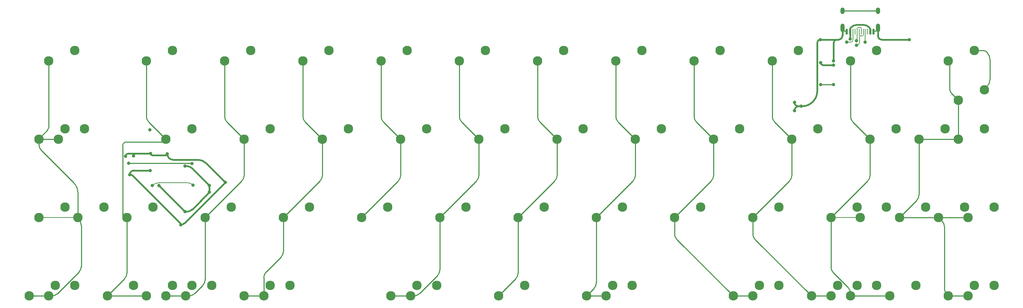
<source format=gbr>
%TF.GenerationSoftware,KiCad,Pcbnew,8.0.8*%
%TF.CreationDate,2025-05-09T16:16:03+02:00*%
%TF.ProjectId,forti rev 4,666f7274-6920-4726-9576-20342e6b6963,rev?*%
%TF.SameCoordinates,Original*%
%TF.FileFunction,Copper,L1,Top*%
%TF.FilePolarity,Positive*%
%FSLAX46Y46*%
G04 Gerber Fmt 4.6, Leading zero omitted, Abs format (unit mm)*
G04 Created by KiCad (PCBNEW 8.0.8) date 2025-05-09 16:16:03*
%MOMM*%
%LPD*%
G01*
G04 APERTURE LIST*
%TA.AperFunction,SMDPad,CuDef*%
%ADD10R,0.600000X1.450000*%
%TD*%
%TA.AperFunction,SMDPad,CuDef*%
%ADD11R,0.280000X1.450000*%
%TD*%
%TA.AperFunction,ComponentPad*%
%ADD12O,1.000000X2.100000*%
%TD*%
%TA.AperFunction,ComponentPad*%
%ADD13O,1.000000X1.600000*%
%TD*%
%TA.AperFunction,ComponentPad*%
%ADD14C,2.300000*%
%TD*%
%TA.AperFunction,ViaPad*%
%ADD15C,0.800000*%
%TD*%
%TA.AperFunction,Conductor*%
%ADD16C,0.250000*%
%TD*%
%TA.AperFunction,Conductor*%
%ADD17C,0.200000*%
%TD*%
%TA.AperFunction,Conductor*%
%ADD18C,0.381000*%
%TD*%
G04 APERTURE END LIST*
D10*
%TO.P,J1,A1,GND*%
%TO.N,GND*%
X237519115Y-31582500D03*
%TO.P,J1,A4,VBUS*%
%TO.N,VBUS*%
X236719115Y-31582500D03*
D11*
%TO.P,J1,A5,CC1*%
%TO.N,/CC1*%
X235519115Y-31582500D03*
%TO.P,J1,A6,D+*%
%TO.N,D_USB_P*%
X234519115Y-31582500D03*
%TO.P,J1,A7,D-*%
%TO.N,D_USB_N*%
X234019115Y-31582500D03*
%TO.P,J1,A8,SBU1*%
%TO.N,unconnected-(J1-SBU1-PadA8)*%
X233019115Y-31582500D03*
D10*
%TO.P,J1,A9,VBUS*%
%TO.N,VBUS*%
X231819115Y-31582500D03*
%TO.P,J1,A12,GND*%
%TO.N,GND*%
X231019115Y-31582500D03*
%TO.P,J1,B1,GND*%
X231019115Y-31582500D03*
%TO.P,J1,B4,VBUS*%
%TO.N,VBUS*%
X231819115Y-31582500D03*
D11*
%TO.P,J1,B5,CC2*%
%TO.N,/CC2*%
X232519115Y-31582500D03*
%TO.P,J1,B6,D+*%
%TO.N,D_USB_P*%
X233519115Y-31582500D03*
%TO.P,J1,B7,D-*%
%TO.N,D_USB_N*%
X235019115Y-31582500D03*
%TO.P,J1,B8,SBU2*%
%TO.N,unconnected-(J1-SBU2-PadB8)*%
X236019115Y-31582500D03*
D10*
%TO.P,J1,B9,VBUS*%
%TO.N,VBUS*%
X236719115Y-31582500D03*
%TO.P,J1,B12,GND*%
%TO.N,GND*%
X237519115Y-31582500D03*
D12*
%TO.P,J1,S1,SHIELD*%
X238589115Y-30667500D03*
D13*
X238589115Y-26487500D03*
D12*
X229949115Y-30667500D03*
D13*
X229949115Y-26487500D03*
%TD*%
D14*
%TO.P,MX51,1,1*%
%TO.N,COL9*%
X227171250Y-95885000D03*
%TO.P,MX51,2,2*%
%TO.N,Net-(D45-A)*%
X233521250Y-93345000D03*
%TD*%
%TO.P,MX23,1,1*%
%TO.N,COL10*%
X236696250Y-57785000D03*
%TO.P,MX23,2,2*%
%TO.N,Net-(D23-A)*%
X243046250Y-55245000D03*
%TD*%
%TO.P,MX55,1,1*%
%TO.N,COL11*%
X255746250Y-95885000D03*
%TO.P,MX55,2,2*%
%TO.N,Net-(D47-A)*%
X262096250Y-93345000D03*
%TD*%
%TO.P,MX43,1,1*%
%TO.N,COL2*%
X70008750Y-95885000D03*
%TO.P,MX43,2,2*%
%TO.N,Net-(D39-A)*%
X76358750Y-93345000D03*
%TD*%
%TO.P,MXshift2.1,1,1*%
%TO.N,COL0*%
X43815000Y-76835000D03*
%TO.P,MXshift2.1,2,2*%
%TO.N,Net-(D25-A)*%
X50165000Y-74295000D03*
%TD*%
%TO.P,MX27,1,1*%
%TO.N,COL2*%
X74771250Y-76835000D03*
%TO.P,MX27,2,2*%
%TO.N,Net-(D27-A)*%
X81121250Y-74295000D03*
%TD*%
%TO.P,MX11,1,1*%
%TO.N,COL10*%
X231933750Y-38735000D03*
%TO.P,MX11,2,2*%
%TO.N,Net-(D11-A)*%
X238283750Y-36195000D03*
%TD*%
%TO.P,MX46,1,1*%
%TO.N,COL3*%
X84296250Y-95885000D03*
%TO.P,MX46,2,2*%
%TO.N,Net-(D40-A)*%
X90646250Y-93345000D03*
%TD*%
%TO.P,MXenter2.1,1,1*%
%TO.N,COL11*%
X248602500Y-57785000D03*
%TO.P,MXenter2.1,2,2*%
%TO.N,Net-(D24-A)*%
X254952500Y-55245000D03*
%TD*%
%TO.P,MX49,1,1*%
%TO.N,COL8*%
X208121250Y-95885000D03*
%TO.P,MX49,2,2*%
%TO.N,Net-(D44-A)*%
X214471250Y-93345000D03*
%TD*%
%TO.P,MX31,1,1*%
%TO.N,COL6*%
X150971250Y-76835000D03*
%TO.P,MX31,2,2*%
%TO.N,Net-(D31-A)*%
X157321250Y-74295000D03*
%TD*%
%TO.P,MX16,1,1*%
%TO.N,COL3*%
X103346250Y-57785000D03*
%TO.P,MX16,2,2*%
%TO.N,Net-(D16-A)*%
X109696250Y-55245000D03*
%TD*%
%TO.P,MX38,1,1*%
%TO.N,COL11*%
X260508750Y-76835000D03*
%TO.P,MX38,2,2*%
%TO.N,Net-(D36-A)*%
X266858750Y-74295000D03*
%TD*%
%TO.P,MX35,1,1*%
%TO.N,COL10*%
X227171250Y-76835000D03*
%TO.P,MX35,2,2*%
%TO.N,Net-(D35-A)*%
X233521250Y-74295000D03*
%TD*%
%TO.P,MXsplit2.75(1)1,1,1*%
%TO.N,COL7*%
X167640000Y-95885000D03*
%TO.P,MXsplit2.75(1)1,2,2*%
%TO.N,Net-(D43-A)*%
X173990000Y-93345000D03*
%TD*%
%TO.P,MX8,1,1*%
%TO.N,COL7*%
X174783750Y-38735000D03*
%TO.P,MX8,2,2*%
%TO.N,Net-(D8-A)*%
X181133750Y-36195000D03*
%TD*%
%TO.P,MX13,1,1*%
%TO.N,COL0*%
X39052500Y-57785000D03*
%TO.P,MX13,2,2*%
%TO.N,Net-(D13-A)*%
X45402500Y-55245000D03*
%TD*%
%TO.P,MX32,1,1*%
%TO.N,COL7*%
X170021250Y-76835000D03*
%TO.P,MX32,2,2*%
%TO.N,Net-(D32-A)*%
X176371250Y-74295000D03*
%TD*%
%TO.P,MXISO1,1,1*%
%TO.N,COL11*%
X258127500Y-48260000D03*
%TO.P,MXISO1,2,2*%
%TO.N,Net-(D12-A)*%
X264477500Y-45720000D03*
%TD*%
%TO.P,MX21,1,1*%
%TO.N,COL8*%
X198596250Y-57785000D03*
%TO.P,MX21,2,2*%
%TO.N,Net-(D21-A)*%
X204946250Y-55245000D03*
%TD*%
%TO.P,MXsplit2.1,1,1*%
%TO.N,COL5*%
X124777500Y-95885000D03*
%TO.P,MXsplit2.1,2,2*%
%TO.N,Net-(D41-A)*%
X131127500Y-93345000D03*
%TD*%
%TO.P,MX4,1,1*%
%TO.N,COL3*%
X98583750Y-38735000D03*
%TO.P,MX4,2,2*%
%TO.N,Net-(D4-A)*%
X104933750Y-36195000D03*
%TD*%
%TO.P,MX45,1,1*%
%TO.N,COL3*%
X89058750Y-95885000D03*
%TO.P,MX45,2,2*%
%TO.N,Net-(D40-A)*%
X95408750Y-93345000D03*
%TD*%
%TO.P,MX30,1,1*%
%TO.N,COL5*%
X131921250Y-76835000D03*
%TO.P,MX30,2,2*%
%TO.N,Net-(D30-A)*%
X138271250Y-74295000D03*
%TD*%
%TO.P,MX1,1,1*%
%TO.N,COL0*%
X36671250Y-38735000D03*
%TO.P,MX1,2,2*%
%TO.N,Net-(D1-A)*%
X43021250Y-36195000D03*
%TD*%
%TO.P,MX34,1,1*%
%TO.N,COL9*%
X208121250Y-76835000D03*
%TO.P,MX34,2,2*%
%TO.N,Net-(D34-A)*%
X214471250Y-74295000D03*
%TD*%
%TO.P,MX25,1,1*%
%TO.N,COL0*%
X34290000Y-76835000D03*
%TO.P,MX25,2,2*%
%TO.N,Net-(D25-A)*%
X40640000Y-74295000D03*
%TD*%
%TO.P,MX29,1,1*%
%TO.N,COL4*%
X112871250Y-76835000D03*
%TO.P,MX29,2,2*%
%TO.N,Net-(D29-A)*%
X119221250Y-74295000D03*
%TD*%
%TO.P,MX53,1,1*%
%TO.N,COL10*%
X231933750Y-95885000D03*
%TO.P,MX53,2,2*%
%TO.N,Net-(D46-A)*%
X238283750Y-93345000D03*
%TD*%
%TO.P,MX22,1,1*%
%TO.N,COL9*%
X217646250Y-57785000D03*
%TO.P,MX22,2,2*%
%TO.N,Net-(D22-A)*%
X223996250Y-55245000D03*
%TD*%
%TO.P,MX17,1,1*%
%TO.N,COL4*%
X122396250Y-57785000D03*
%TO.P,MX17,2,2*%
%TO.N,Net-(D17-A)*%
X128746250Y-55245000D03*
%TD*%
%TO.P,MX47,1,1*%
%TO.N,COL6*%
X146208750Y-95885000D03*
%TO.P,MX47,2,2*%
%TO.N,Net-(D42-A)*%
X152558750Y-93345000D03*
%TD*%
%TO.P,MX44,1,1*%
%TO.N,COL2*%
X65246250Y-95885000D03*
%TO.P,MX44,2,2*%
%TO.N,Net-(D39-A)*%
X71596250Y-93345000D03*
%TD*%
%TO.P,MX36,1,1*%
%TO.N,COL10*%
X234315000Y-76835000D03*
%TO.P,MX36,2,2*%
%TO.N,Net-(D35-A)*%
X240665000Y-74295000D03*
%TD*%
%TO.P,MX26,1,1*%
%TO.N,COL1*%
X55721250Y-76835000D03*
%TO.P,MX26,2,2*%
%TO.N,Net-(D26-A)*%
X62071250Y-74295000D03*
%TD*%
%TO.P,MX3,1,1*%
%TO.N,COL2*%
X79533750Y-38735000D03*
%TO.P,MX3,2,2*%
%TO.N,Net-(D3-A)*%
X85883750Y-36195000D03*
%TD*%
%TO.P,MX37,1,1*%
%TO.N,COL11*%
X253365000Y-76835000D03*
%TO.P,MX37,2,2*%
%TO.N,Net-(D36-A)*%
X259715000Y-74295000D03*
%TD*%
%TO.P,MX24,1,1*%
%TO.N,COL11*%
X258127500Y-57785000D03*
%TO.P,MX24,2,2*%
%TO.N,Net-(D24-A)*%
X264477500Y-55245000D03*
%TD*%
%TO.P,MX42,1,1*%
%TO.N,COL1*%
X60483750Y-95885000D03*
%TO.P,MX42,2,2*%
%TO.N,Net-(D38-A)*%
X66833750Y-93345000D03*
%TD*%
%TO.P,MX33,1,1*%
%TO.N,COL8*%
X189071250Y-76835000D03*
%TO.P,MX33,2,2*%
%TO.N,Net-(D33-A)*%
X195421250Y-74295000D03*
%TD*%
%TO.P,MX5,1,1*%
%TO.N,COL4*%
X117633750Y-38735000D03*
%TO.P,MX5,2,2*%
%TO.N,Net-(D5-A)*%
X123983750Y-36195000D03*
%TD*%
%TO.P,MX50,1,1*%
%TO.N,COL9*%
X222408750Y-95885000D03*
%TO.P,MX50,2,2*%
%TO.N,Net-(D45-A)*%
X228758750Y-93345000D03*
%TD*%
%TO.P,MXsplit2.25(1)1,1,1*%
%TO.N,COL5*%
X120015000Y-95885000D03*
%TO.P,MXsplit2.25(1)1,2,2*%
%TO.N,Net-(D41-A)*%
X126365000Y-93345000D03*
%TD*%
%TO.P,MX28,1,1*%
%TO.N,COL3*%
X93821250Y-76835000D03*
%TO.P,MX28,2,2*%
%TO.N,Net-(D28-A)*%
X100171250Y-74295000D03*
%TD*%
%TO.P,MX18,1,1*%
%TO.N,COL5*%
X141446250Y-57785000D03*
%TO.P,MX18,2,2*%
%TO.N,Net-(D18-A)*%
X147796250Y-55245000D03*
%TD*%
%TO.P,MXcaps1,1,1*%
%TO.N,COL0*%
X34290000Y-57785000D03*
%TO.P,MXcaps1,2,2*%
%TO.N,Net-(D13-A)*%
X40640000Y-55245000D03*
%TD*%
%TO.P,MX40,1,1*%
%TO.N,COL0*%
X36671250Y-95885000D03*
%TO.P,MX40,2,2*%
%TO.N,Net-(D37-A)*%
X43021250Y-93345000D03*
%TD*%
%TO.P,MX15,1,1*%
%TO.N,COL2*%
X84296250Y-57785000D03*
%TO.P,MX15,2,2*%
%TO.N,Net-(D15-A)*%
X90646250Y-55245000D03*
%TD*%
%TO.P,MX54,1,1*%
%TO.N,COL11*%
X260508750Y-95885000D03*
%TO.P,MX54,2,2*%
%TO.N,Net-(D47-A)*%
X266858750Y-93345000D03*
%TD*%
%TO.P,MX39,1,1*%
%TO.N,COL0*%
X31908750Y-95885000D03*
%TO.P,MX39,2,2*%
%TO.N,Net-(D37-A)*%
X38258750Y-93345000D03*
%TD*%
%TO.P,MX10,1,1*%
%TO.N,COL9*%
X212883750Y-38735000D03*
%TO.P,MX10,2,2*%
%TO.N,Net-(D10-A)*%
X219233750Y-36195000D03*
%TD*%
%TO.P,MX9,1,1*%
%TO.N,COL8*%
X193833750Y-38735000D03*
%TO.P,MX9,2,2*%
%TO.N,Net-(D9-A)*%
X200183750Y-36195000D03*
%TD*%
%TO.P,MX52,1,1*%
%TO.N,COL10*%
X241458750Y-95885000D03*
%TO.P,MX52,2,2*%
%TO.N,Net-(D46-A)*%
X247808750Y-93345000D03*
%TD*%
%TO.P,MX20,1,1*%
%TO.N,COL7*%
X179546250Y-57785000D03*
%TO.P,MX20,2,2*%
%TO.N,Net-(D20-A)*%
X185896250Y-55245000D03*
%TD*%
%TO.P,MX6,1,1*%
%TO.N,COL5*%
X136683750Y-38735000D03*
%TO.P,MX6,2,2*%
%TO.N,Net-(D6-A)*%
X143033750Y-36195000D03*
%TD*%
%TO.P,MXshift2.2,1,1*%
%TO.N,COL11*%
X243840000Y-76835000D03*
%TO.P,MXshift2.2,2,2*%
%TO.N,Net-(D36-A)*%
X250190000Y-74295000D03*
%TD*%
%TO.P,MX12,1,1*%
%TO.N,COL11*%
X255746250Y-38735000D03*
%TO.P,MX12,2,2*%
%TO.N,Net-(D12-A)*%
X262096250Y-36195000D03*
%TD*%
%TO.P,MX19,1,1*%
%TO.N,COL6*%
X160496250Y-57785000D03*
%TO.P,MX19,2,2*%
%TO.N,Net-(D19-A)*%
X166846250Y-55245000D03*
%TD*%
%TO.P,MXsplit2.2,1,1*%
%TO.N,COL7*%
X172402500Y-95885000D03*
%TO.P,MXsplit2.2,2,2*%
%TO.N,Net-(D43-A)*%
X178752500Y-93345000D03*
%TD*%
%TO.P,MX7,1,1*%
%TO.N,COL6*%
X155733750Y-38735000D03*
%TO.P,MX7,2,2*%
%TO.N,Net-(D7-A)*%
X162083750Y-36195000D03*
%TD*%
%TO.P,MX14,1,1*%
%TO.N,COL1*%
X65246250Y-57785000D03*
%TO.P,MX14,2,2*%
%TO.N,Net-(D14-A)*%
X71596250Y-55245000D03*
%TD*%
%TO.P,MX48,1,1*%
%TO.N,COL8*%
X203358750Y-95885000D03*
%TO.P,MX48,2,2*%
%TO.N,Net-(D44-A)*%
X209708750Y-93345000D03*
%TD*%
%TO.P,MX41,1,1*%
%TO.N,COL1*%
X50958750Y-95885000D03*
%TO.P,MX41,2,2*%
%TO.N,Net-(D38-A)*%
X57308750Y-93345000D03*
%TD*%
%TO.P,MX2,1,1*%
%TO.N,COL1*%
X60483750Y-38735000D03*
%TO.P,MX2,2,2*%
%TO.N,Net-(D2-A)*%
X66833750Y-36195000D03*
%TD*%
D15*
%TO.N,ROW0*%
X227806250Y-44450000D03*
X224635000Y-44450000D03*
%TO.N,ROW1*%
X71558211Y-63675454D03*
X56177537Y-63595035D03*
%TO.N,GND*%
X61383494Y-65360784D03*
X218273122Y-48819724D03*
X227806250Y-38687497D03*
X224523397Y-33524822D03*
X61335259Y-55462097D03*
X55405316Y-61872013D03*
X57355316Y-61856934D03*
X219874863Y-49742270D03*
X246249822Y-33524822D03*
X65570925Y-61316672D03*
X79670438Y-68278415D03*
X61475875Y-61238510D03*
X68830511Y-78563503D03*
X56445750Y-66353872D03*
X218281250Y-50800000D03*
%TO.N,+5V*%
X224614785Y-39143159D03*
X227806250Y-39687500D03*
%TO.N,+3V3*%
X69850000Y-64293750D03*
X69850000Y-75406250D03*
X63500000Y-69056250D03*
X75828969Y-69056250D03*
X75828969Y-70643750D03*
%TO.N,VBUS*%
X231805189Y-33352069D03*
%TO.N,/CC1*%
X235519115Y-34131250D03*
%TO.N,D_USB_P*%
X233362500Y-33804800D03*
%TO.N,D_USB_N*%
X233362500Y-34925000D03*
%TO.N,/CC2*%
X230981250Y-34131250D03*
%TO.N,BOOT0*%
X71850104Y-68930176D03*
X61912500Y-69056250D03*
%TD*%
D16*
%TO.N,ROW0*%
X224635000Y-44450000D02*
X227806250Y-44450000D01*
%TO.N,Net-(D12-A)*%
X265906250Y-38516476D02*
X265906250Y-43056465D01*
X265033125Y-45164375D02*
X264477500Y-45720000D01*
X262096250Y-36195000D02*
X264258294Y-36195000D01*
X265086815Y-36538185D02*
G75*
G02*
X265906260Y-38516476I-1978315J-1978315D01*
G01*
X265906250Y-43056465D02*
G75*
G02*
X265033146Y-45164396I-2981050J-35D01*
G01*
X264258294Y-36195000D02*
G75*
G02*
X265086817Y-36538183I6J-1171700D01*
G01*
%TO.N,ROW1*%
X71451507Y-63568750D02*
X56203822Y-63568750D01*
X56203822Y-63568750D02*
G75*
G03*
X56177550Y-63595035I-22J-26250D01*
G01*
X71558211Y-63675454D02*
G75*
G03*
X71451507Y-63568789I-106711J-46D01*
G01*
%TO.N,COL0*%
X44022963Y-90120787D02*
X38844536Y-95299214D01*
X34290000Y-57785000D02*
X39052500Y-57785000D01*
X43815000Y-70861007D02*
X43815000Y-76835000D01*
X36446495Y-55496495D02*
X34383346Y-57559644D01*
X36671250Y-95885000D02*
X31908750Y-95885000D01*
D17*
X34290000Y-76835000D02*
X43815000Y-76835000D01*
D16*
X34290000Y-57785000D02*
X34290000Y-59036704D01*
X44608750Y-78751282D02*
X44608750Y-88706573D01*
X31908750Y-95885000D02*
X37430323Y-95885000D01*
X34875787Y-60450918D02*
X42774934Y-68350066D01*
X36671250Y-38735000D02*
X36671250Y-54953889D01*
X34383346Y-57559644D02*
G75*
G03*
X34290000Y-57785000I225354J-225356D01*
G01*
X42774934Y-68350066D02*
G75*
G02*
X43814997Y-70861007I-2510934J-2510934D01*
G01*
X34875787Y-60450918D02*
G75*
G02*
X34289997Y-59036704I1414213J1414218D01*
G01*
X43815000Y-76835000D02*
G75*
G02*
X44608757Y-78751282I-1916300J-1916300D01*
G01*
X38844536Y-95299214D02*
G75*
G02*
X37430323Y-95885016I-1414236J1414214D01*
G01*
X36671250Y-54953889D02*
G75*
G02*
X36446498Y-55496498I-767350J-11D01*
G01*
X44022963Y-90120787D02*
G75*
G03*
X44608745Y-88706573I-1414163J1414187D01*
G01*
%TO.N,COL1*%
X54678895Y-59440159D02*
X54678895Y-59390754D01*
X60483750Y-95885000D02*
X50958750Y-95885000D01*
X60483750Y-38735000D02*
X60483750Y-52194073D01*
X64611250Y-58420000D02*
X55654021Y-58420000D01*
X55135463Y-91708287D02*
X50958750Y-95885000D01*
X55721250Y-76835000D02*
X55721250Y-90294073D01*
X61069537Y-53608287D02*
X65246250Y-57785000D01*
X54680316Y-59441580D02*
X54680316Y-75794066D01*
X65246250Y-57785000D02*
G75*
G02*
X64611250Y-58419950I-634950J0D01*
G01*
X60483750Y-52194073D02*
G75*
G03*
X61069534Y-53608290I1999950J-27D01*
G01*
X54678895Y-59390754D02*
G75*
G02*
X55651835Y-58417795I972905J54D01*
G01*
X55721250Y-90294073D02*
G75*
G02*
X55135466Y-91708290I-1999950J-27D01*
G01*
X54680316Y-75794066D02*
G75*
G03*
X55721250Y-76835084I1040984J-34D01*
G01*
%TO.N,COL2*%
X74185463Y-93334632D02*
X72220881Y-95299214D01*
X80119537Y-53608287D02*
X84296250Y-57785000D01*
X74771250Y-76835000D02*
X74771250Y-91920418D01*
X70008750Y-95885000D02*
X65246250Y-95885000D01*
X84296250Y-57785000D02*
X84296250Y-66481573D01*
X83710463Y-67895787D02*
X74771250Y-76835000D01*
X79533750Y-38735000D02*
X79533750Y-52194073D01*
X70806668Y-95885000D02*
X70008750Y-95885000D01*
X79533750Y-52194073D02*
G75*
G03*
X80119534Y-53608290I1999950J-27D01*
G01*
X70806668Y-95885000D02*
G75*
G03*
X72220897Y-95299230I32J2000000D01*
G01*
X84296250Y-66481573D02*
G75*
G02*
X83710466Y-67895790I-1999950J-27D01*
G01*
X74771250Y-91920418D02*
G75*
G02*
X74185444Y-93334613I-1999950J18D01*
G01*
%TO.N,COL3*%
X99169537Y-53608287D02*
X103346250Y-57785000D01*
X93235463Y-86453156D02*
X89644536Y-90044083D01*
X98583750Y-38735000D02*
X98583750Y-52194073D01*
X93821250Y-76835000D02*
X93821250Y-85038942D01*
X103346250Y-57785000D02*
X103346250Y-66481573D01*
X89058750Y-95885000D02*
X84296250Y-95885000D01*
X89058750Y-91458296D02*
X89058750Y-95885000D01*
X102760463Y-67895787D02*
X93821250Y-76835000D01*
X93235463Y-86453156D02*
G75*
G03*
X93821294Y-85038942I-1414163J1414256D01*
G01*
X103346250Y-66481573D02*
G75*
G02*
X102760466Y-67895790I-1999950J-27D01*
G01*
X89058750Y-91458296D02*
G75*
G02*
X89644548Y-90044095I1999950J-4D01*
G01*
X99169537Y-53608287D02*
G75*
G02*
X98583755Y-52194073I1414163J1414187D01*
G01*
%TO.N,COL4*%
X117633750Y-38735000D02*
X117633750Y-52194073D01*
X118219537Y-53608287D02*
X122396250Y-57785000D01*
X121810463Y-67895787D02*
X112871250Y-76835000D01*
X122396250Y-57785000D02*
X122396250Y-66481573D01*
X117633750Y-52194073D02*
G75*
G03*
X118219534Y-53608290I1999950J-27D01*
G01*
X122396250Y-66481573D02*
G75*
G02*
X121810466Y-67895790I-1999950J-27D01*
G01*
%TO.N,COL5*%
X124777500Y-95885000D02*
X120015000Y-95885000D01*
X131335463Y-90953382D02*
X126989631Y-95299214D01*
X141446250Y-57785000D02*
X141446250Y-66481573D01*
X137269537Y-53608287D02*
X141446250Y-57785000D01*
X131921250Y-76835000D02*
X131921250Y-89539168D01*
X125575418Y-95885000D02*
X124777500Y-95885000D01*
X140860463Y-67895787D02*
X131921250Y-76835000D01*
X136683750Y-38735000D02*
X136683750Y-52194073D01*
X126989631Y-95299214D02*
G75*
G02*
X125575418Y-95885013I-1414231J1414214D01*
G01*
X131921250Y-89539168D02*
G75*
G02*
X131335469Y-90953388I-1999950J-32D01*
G01*
X137269537Y-53608287D02*
G75*
G02*
X136683755Y-52194073I1414163J1414187D01*
G01*
X141446250Y-66481573D02*
G75*
G02*
X140860466Y-67895790I-1999950J-27D01*
G01*
%TO.N,COL6*%
X150385463Y-91708287D02*
X146208750Y-95885000D01*
X150971250Y-76835000D02*
X150971250Y-90294073D01*
X159910463Y-67895787D02*
X150971250Y-76835000D01*
X156319537Y-53608287D02*
X160496250Y-57785000D01*
X155733750Y-38735000D02*
X155733750Y-52194073D01*
X160496250Y-57785000D02*
X160496250Y-66481573D01*
X150385463Y-91708287D02*
G75*
G03*
X150971245Y-90294073I-1414163J1414187D01*
G01*
X156319537Y-53608287D02*
G75*
G02*
X155733755Y-52194073I1414163J1414187D01*
G01*
X160496250Y-66481573D02*
G75*
G02*
X159910466Y-67895790I-1999950J-27D01*
G01*
%TO.N,COL7*%
X175369537Y-53608287D02*
X179546250Y-57785000D01*
X178960463Y-67895787D02*
X170021250Y-76835000D01*
X170021250Y-76835000D02*
X170021250Y-92675323D01*
X174783750Y-38735000D02*
X174783750Y-52194073D01*
X179546250Y-57785000D02*
X179546250Y-66481573D01*
X167640000Y-95885000D02*
X172402500Y-95885000D01*
X169435463Y-94089537D02*
X167640000Y-95885000D01*
X170021250Y-92675323D02*
G75*
G02*
X169435441Y-94089515I-1999950J23D01*
G01*
X174783750Y-52194073D02*
G75*
G03*
X175369534Y-53608290I1999950J-27D01*
G01*
X178960463Y-67895787D02*
G75*
G03*
X179546245Y-66481573I-1414163J1414187D01*
G01*
%TO.N,COL8*%
X198596250Y-57785000D02*
X198596250Y-66481573D01*
X203358750Y-95885000D02*
X208121250Y-95885000D01*
X189657037Y-82183287D02*
X203358750Y-95885000D01*
X193833750Y-38735000D02*
X193833750Y-52194073D01*
X194419537Y-53608287D02*
X198596250Y-57785000D01*
X198010463Y-67895787D02*
X189071250Y-76835000D01*
X189071250Y-76835000D02*
X189071250Y-80769073D01*
X189071250Y-80769073D02*
G75*
G03*
X189657034Y-82183290I1999950J-27D01*
G01*
X194419537Y-53608287D02*
G75*
G02*
X193833755Y-52194073I1414163J1414187D01*
G01*
X198010463Y-67895787D02*
G75*
G03*
X198596245Y-66481573I-1414163J1414187D01*
G01*
%TO.N,COL9*%
X208121250Y-76835000D02*
X208121250Y-80769073D01*
X217646250Y-57785000D02*
X217646250Y-66481573D01*
X217060463Y-67895787D02*
X208121250Y-76835000D01*
X212883750Y-38735000D02*
X212883750Y-52194073D01*
X222408750Y-95885000D02*
X227171250Y-95885000D01*
X213469537Y-53608287D02*
X217646250Y-57785000D01*
X208707037Y-82183287D02*
X222408750Y-95885000D01*
X217060463Y-67895787D02*
G75*
G03*
X217646245Y-66481573I-1414163J1414187D01*
G01*
X212883750Y-52194073D02*
G75*
G03*
X213469534Y-53608290I1999950J-27D01*
G01*
X208121250Y-80769073D02*
G75*
G03*
X208707034Y-82183290I1999950J-27D01*
G01*
%TO.N,COL10*%
X227757037Y-90257321D02*
X231347964Y-93848248D01*
X236110463Y-67895787D02*
X227171250Y-76835000D01*
X231933750Y-38735000D02*
X231933750Y-52194073D01*
X231933750Y-95885000D02*
X241458750Y-95885000D01*
D17*
X227171250Y-76835000D02*
X234315000Y-76835000D01*
D16*
X231933750Y-95262461D02*
X231933750Y-95885000D01*
X236696250Y-57785000D02*
X236696250Y-66481573D01*
X227171250Y-76835000D02*
X227171250Y-88843107D01*
X232519537Y-53608287D02*
X236696250Y-57785000D01*
X231933750Y-52194073D02*
G75*
G03*
X232519534Y-53608290I1999950J-27D01*
G01*
X227757037Y-90257321D02*
G75*
G02*
X227171230Y-88843107I1414163J1414221D01*
G01*
X236696250Y-66481573D02*
G75*
G02*
X236110466Y-67895790I-1999950J-27D01*
G01*
X231347964Y-93848248D02*
G75*
G02*
X231933792Y-95262461I-1414164J-1414252D01*
G01*
%TO.N,COL11*%
X248602500Y-57785000D02*
X248602500Y-71244073D01*
X256051400Y-45355473D02*
X256051400Y-39687500D01*
X254806100Y-79104527D02*
X254806100Y-94116423D01*
X243840000Y-76835000D02*
X253365000Y-76835000D01*
X256051400Y-39687500D02*
X256051400Y-38735000D01*
X248016713Y-72658287D02*
X243840000Y-76835000D01*
X255391887Y-95530637D02*
X255746250Y-95885000D01*
X253365000Y-76835000D02*
X254220314Y-77690314D01*
X256637187Y-46769687D02*
X258127500Y-48260000D01*
X255746250Y-95885000D02*
X260508750Y-95885000D01*
X253365000Y-76835000D02*
X260508750Y-76835000D01*
X248602500Y-57785000D02*
X258127500Y-57785000D01*
X258127500Y-48260000D02*
X258127500Y-57785000D01*
X254806100Y-79104527D02*
G75*
G03*
X254220328Y-77690300I-2000000J27D01*
G01*
X254806100Y-94116423D02*
G75*
G03*
X255391898Y-95530626I2000000J23D01*
G01*
X256051400Y-45355473D02*
G75*
G03*
X256637173Y-46769701I2000000J-27D01*
G01*
X248602500Y-71244073D02*
G75*
G02*
X248016727Y-72658301I-2000000J-27D01*
G01*
D18*
%TO.N,GND*%
X69777679Y-78171173D02*
X79670438Y-68278415D01*
D16*
X237519115Y-31549800D02*
X237674115Y-31549800D01*
D18*
X219338980Y-49742270D02*
X219874863Y-49742270D01*
X58737500Y-61238510D02*
X56038819Y-61238510D01*
X223824285Y-46032687D02*
X223824285Y-36512500D01*
X229949115Y-32543750D02*
X229949115Y-30667500D01*
X74911011Y-63518989D02*
X79670438Y-68278415D01*
D16*
X231019115Y-31549800D02*
X230864115Y-31549800D01*
D18*
X227806250Y-38687497D02*
X227806250Y-34318572D01*
X57173464Y-66651536D02*
X68650255Y-78128327D01*
X246249822Y-33524822D02*
X239525536Y-33524822D01*
X238589115Y-30667500D02*
X238589115Y-32588401D01*
X61475875Y-61238510D02*
X58737500Y-61238510D01*
X61877865Y-61640500D02*
X65247097Y-61640500D01*
D16*
X229949115Y-26487500D02*
X238589115Y-26487500D01*
D18*
X228600000Y-33524822D02*
X228968043Y-33524822D01*
X223824285Y-36196960D02*
X223824285Y-36512500D01*
X223824285Y-36512500D02*
X223824285Y-34223934D01*
X61475875Y-61238510D02*
X61475875Y-61263979D01*
X219195668Y-49742270D02*
X219874863Y-49742270D01*
X56445750Y-66353872D02*
X56454840Y-66353872D01*
X224523397Y-33524822D02*
X228600000Y-33524822D01*
X61335259Y-55462097D02*
X61291111Y-55417949D01*
X57438838Y-65360784D02*
X61383494Y-65360784D01*
X58737500Y-61238510D02*
X57973740Y-61238510D01*
X220114702Y-49742270D02*
X219874863Y-49742270D01*
X67035535Y-62781282D02*
X73130029Y-62781282D01*
X57355316Y-61856934D02*
G75*
G02*
X57973740Y-61238516I618384J34D01*
G01*
X55405316Y-61872013D02*
G75*
G02*
X56038819Y-61238516I633484J13D01*
G01*
X227806250Y-34318572D02*
G75*
G02*
X228600000Y-33524850I793750J-28D01*
G01*
X239525536Y-33524822D02*
G75*
G02*
X238589078Y-32588401I-36J936422D01*
G01*
X61475875Y-61238510D02*
G75*
G03*
X61877865Y-61640525I402025J10D01*
G01*
D16*
X237674115Y-31549800D02*
G75*
G03*
X238589100Y-30634800I-15J915000D01*
G01*
D18*
X223824285Y-46032687D02*
G75*
G02*
X220114702Y-49742285I-3709585J-13D01*
G01*
D16*
X230864115Y-31549800D02*
G75*
G02*
X229949100Y-30634800I-15J915000D01*
G01*
D18*
X218273122Y-48819724D02*
G75*
G03*
X219195668Y-49742278I922578J24D01*
G01*
X228968043Y-33524822D02*
G75*
G03*
X229949022Y-32543750I-43J981022D01*
G01*
X68650255Y-78128327D02*
G75*
G02*
X68830515Y-78563503I-435155J-435173D01*
G01*
X223824285Y-34223934D02*
G75*
G02*
X224523397Y-33524785I699115J34D01*
G01*
X218281250Y-50800000D02*
G75*
G02*
X219338980Y-49742250I1057750J0D01*
G01*
X56445750Y-66353872D02*
G75*
G02*
X57438838Y-65360850I993050J-28D01*
G01*
X73130029Y-62781282D02*
G75*
G02*
X74911003Y-63518997I-29J-2518718D01*
G01*
X56454840Y-66353872D02*
G75*
G02*
X57173452Y-66651548I-40J-1016328D01*
G01*
X69777679Y-78171173D02*
G75*
G02*
X68830511Y-78563509I-947179J947173D01*
G01*
X65247097Y-61640500D02*
G75*
G03*
X65570900Y-61316672I3J323800D01*
G01*
X65570925Y-61316672D02*
G75*
G03*
X67035535Y-62781275I1464575J-28D01*
G01*
%TO.N,+5V*%
X227806250Y-39687500D02*
X225159126Y-39687500D01*
X225159126Y-39687500D02*
G75*
G02*
X224614800Y-39143159I-26J544300D01*
G01*
%TO.N,+3V3*%
X75828969Y-69056250D02*
X75828969Y-70643750D01*
X70238042Y-75406250D02*
X69850000Y-75406250D01*
X69850000Y-75406250D02*
X63500000Y-69056250D01*
X69850000Y-64293750D02*
X70238042Y-64293750D01*
X75828969Y-70643750D02*
X71652255Y-74820464D01*
X71652256Y-64879537D02*
X75828969Y-69056250D01*
X70238042Y-75406250D02*
G75*
G03*
X71652224Y-74820433I-42J1999950D01*
G01*
X71652256Y-64879537D02*
G75*
G03*
X70238042Y-64293706I-1414256J-1414163D01*
G01*
%TO.N,VBUS*%
X231805189Y-33352069D02*
X231805189Y-31175709D01*
X236719115Y-31581206D02*
X236719115Y-31142087D01*
X233490222Y-29936106D02*
X235048008Y-29936106D01*
X232076009Y-30521892D02*
G75*
G02*
X233490222Y-29936120I1414191J-1414208D01*
G01*
X236719115Y-31142087D02*
G75*
G03*
X236462221Y-30521894I-877115J-13D01*
G01*
X231805189Y-31175709D02*
G75*
G02*
X232076010Y-30521893I924611J9D01*
G01*
X231819115Y-31142088D02*
G75*
G02*
X232076016Y-30521899I877085J-12D01*
G01*
X236462222Y-30521893D02*
G75*
G03*
X235048008Y-29936099I-1414222J-1414207D01*
G01*
D17*
%TO.N,/CC1*%
X235519115Y-34131250D02*
X235519115Y-31582500D01*
%TO.N,D_USB_P*%
X234519115Y-31582500D02*
X234519115Y-30784514D01*
X233720763Y-30557500D02*
X234292101Y-30557500D01*
X233519115Y-31582500D02*
X233519115Y-33648185D01*
X233519115Y-31582500D02*
X233519115Y-30759148D01*
X234519115Y-30784514D02*
G75*
G03*
X234292101Y-30557485I-227015J14D01*
G01*
X233519115Y-30759148D02*
G75*
G02*
X233720763Y-30557415I201685J48D01*
G01*
X233519115Y-33648185D02*
G75*
G02*
X233362500Y-33804815I-156615J-15D01*
G01*
%TO.N,D_USB_N*%
X234220000Y-32607500D02*
X234803206Y-32607500D01*
X235019115Y-31582500D02*
X235019115Y-32391591D01*
X234156250Y-34131250D02*
X234156250Y-32671250D01*
X234019115Y-31582500D02*
X234019115Y-32406615D01*
X233362500Y-34925000D02*
G75*
G03*
X234156300Y-34131250I0J793800D01*
G01*
X234156250Y-32671250D02*
G75*
G02*
X234220000Y-32607550I63750J-50D01*
G01*
X234220000Y-32607500D02*
G75*
G02*
X234019100Y-32406615I0J200900D01*
G01*
X235019115Y-32391591D02*
G75*
G02*
X234803206Y-32607515I-215915J-9D01*
G01*
%TO.N,/CC2*%
X232519115Y-33628093D02*
X232519115Y-31582500D01*
X230981250Y-34131250D02*
X232015958Y-34131250D01*
X232015958Y-34131250D02*
G75*
G03*
X232519150Y-33628093I42J503150D01*
G01*
%TO.N,BOOT0*%
X63500000Y-68356250D02*
X70464525Y-68356250D01*
X61984942Y-68983807D02*
X61912500Y-69056250D01*
X70464525Y-68356250D02*
G75*
G02*
X71850101Y-68930179I-25J-1959550D01*
G01*
X63500000Y-68356250D02*
G75*
G03*
X61984935Y-68983800I0J-2142650D01*
G01*
%TD*%
M02*

</source>
